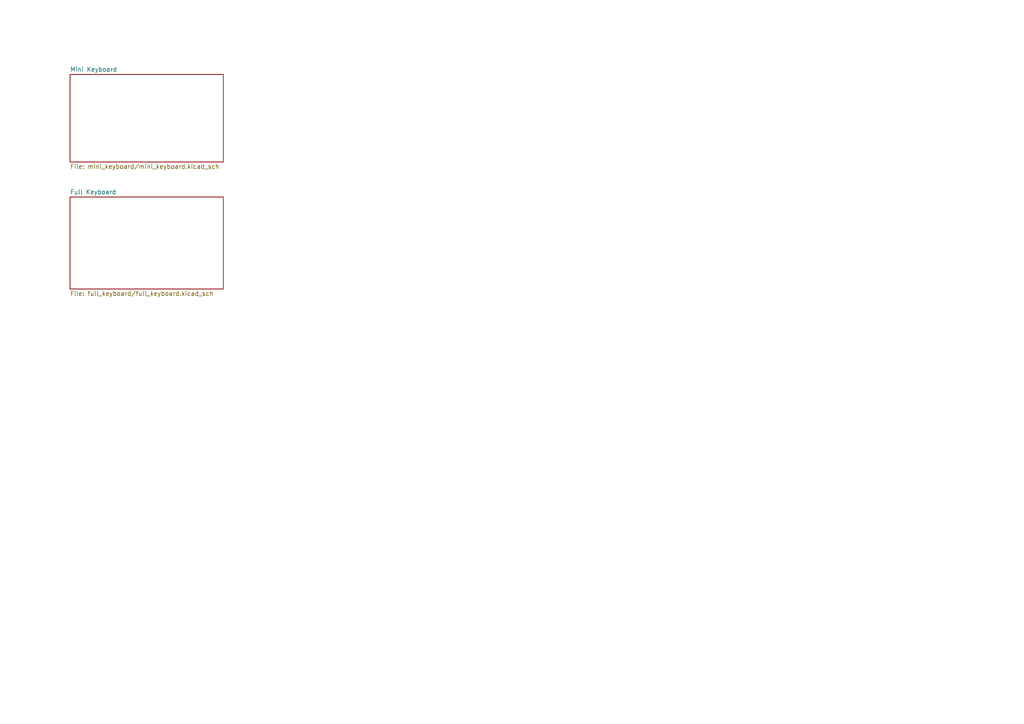
<source format=kicad_sch>
(kicad_sch (version 20211123) (generator eeschema)
  (paper "A4")
  (title_block (title "Keyboard main") (date "2022-11-26"))
  (lib_symbols)
  (sheet (at 20.32 57.15) (size 44.45 26.67) (stroke (width 0.1524))
    (property "Sheet name" "Full Keyboard" (at 20.32 56.4384 0) (effects (justify left bottom)))
    (property "Sheet file" "full_keyboard/full_keyboard.kicad_sch" (at 20.32 84.4046 0) (effects (justify left top)))
  )
  (sheet (at 20.32 21.59) (size 44.45 25.4) (stroke (width 0.1524))
    (property "Sheet name" "Mini Keyboard" (at 20.32 20.8784 0) (effects (justify left bottom)))
    (property "Sheet file" "mini_keyboard/mini_keyboard.kicad_sch" (at 20.32 47.5746 0) (effects (justify left top)))
  )
)
</source>
